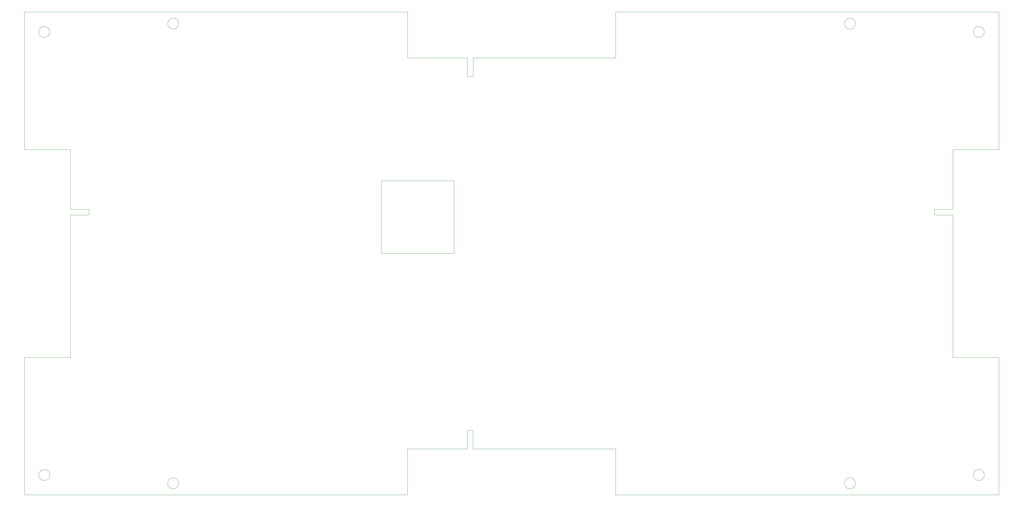
<source format=gm1>
G04*
G04 #@! TF.GenerationSoftware,Altium Limited,Altium Designer,22.11.1 (43)*
G04*
G04 Layer_Color=16711935*
%FSLAX25Y25*%
%MOIN*%
G70*
G04*
G04 #@! TF.SameCoordinates,D8721490-EFAD-4B60-BC7D-2FE2E35DC6D6*
G04*
G04*
G04 #@! TF.FilePolarity,Positive*
G04*
G01*
G75*
%ADD35C,0.00004*%
D35*
X25591Y587402D02*
G03*
X32677Y594488I0J7087D01*
G01*
D02*
G03*
X25591Y601575I-7087J0D01*
G01*
D02*
G03*
X18504Y594488I0J-7087D01*
G01*
D02*
G03*
X25591Y587402I7087J0D01*
G01*
X190945Y598032D02*
G03*
X198031Y605118I0J7087D01*
G01*
D02*
G03*
X190945Y612205I-7087J0D01*
G01*
D02*
G03*
X183858Y605118I0J-7087D01*
G01*
D02*
G03*
X190945Y598032I7087J0D01*
G01*
X1059055D02*
G03*
X1066142Y605118I0J7087D01*
G01*
D02*
G03*
X1059055Y612205I-7087J0D01*
G01*
D02*
G03*
X1051969Y605118I0J-7087D01*
G01*
D02*
G03*
X1059055Y598032I7087J0D01*
G01*
X1224409Y587402D02*
G03*
X1231496Y594488I0J7087D01*
G01*
D02*
G03*
X1224409Y601575I-7087J0D01*
G01*
D02*
G03*
X1217323Y594488I0J-7087D01*
G01*
D02*
G03*
X1224409Y587402I7087J0D01*
G01*
Y18504D02*
G03*
X1231496Y25591I0J7087D01*
G01*
D02*
G03*
X1224409Y32677I-7087J0D01*
G01*
D02*
G03*
X1217323Y25591I0J-7087D01*
G01*
D02*
G03*
X1224409Y18504I7087J0D01*
G01*
X1059055Y7874D02*
G03*
X1066142Y14961I0J7087D01*
G01*
D02*
G03*
X1059055Y22047I-7087J0D01*
G01*
D02*
G03*
X1051969Y14961I0J-7087D01*
G01*
D02*
G03*
X1059055Y7874I7087J0D01*
G01*
X190945D02*
G03*
X198031Y14961I0J7087D01*
G01*
D02*
G03*
X190945Y22047I-7087J0D01*
G01*
D02*
G03*
X183858Y14961I0J-7087D01*
G01*
D02*
G03*
X190945Y7874I7087J0D01*
G01*
X25591Y18504D02*
G03*
X32677Y25591I0J7087D01*
G01*
D02*
G03*
X25591Y32677I-7087J0D01*
G01*
D02*
G03*
X18504Y25591I0J-7087D01*
G01*
D02*
G03*
X25591Y18504I7087J0D01*
G01*
X457677Y310039D02*
X551181D01*
Y403544D01*
X457677D02*
X551181D01*
X457677Y310039D02*
Y403544D01*
X1190945Y366917D02*
Y443504D01*
X1250000D01*
Y620079D01*
X758465D02*
X1250000D01*
X758465Y561011D02*
Y620079D01*
X575590Y561011D02*
X758465D01*
X575590Y537389D02*
X575590Y561011D01*
X568110Y537389D02*
X575590D01*
X568110D02*
Y561011D01*
X491536D02*
X568110D01*
X491536D02*
Y620079D01*
X0D02*
X491536D01*
X0Y443504D02*
Y620079D01*
Y443504D02*
X59055D01*
Y366942D02*
Y443504D01*
Y366942D02*
X82677D01*
Y359462D02*
Y366942D01*
X59055Y359462D02*
X82677D01*
X59055Y176575D02*
Y359462D01*
X0Y176575D02*
X59055Y176575D01*
X0Y0D02*
Y176575D01*
Y0D02*
X491536Y0D01*
Y59055D01*
X568104D01*
X568110Y59062D01*
Y82677D01*
X575354D01*
Y59055D02*
Y82677D01*
Y59055D02*
X758465D01*
Y0D02*
Y59055D01*
Y0D02*
X1250000Y0D01*
Y176575D01*
X1190945D02*
X1250000D01*
X1190945D02*
Y359436D01*
X1167323D02*
X1190945D01*
X1167323D02*
Y366917D01*
X1190945D01*
M02*

</source>
